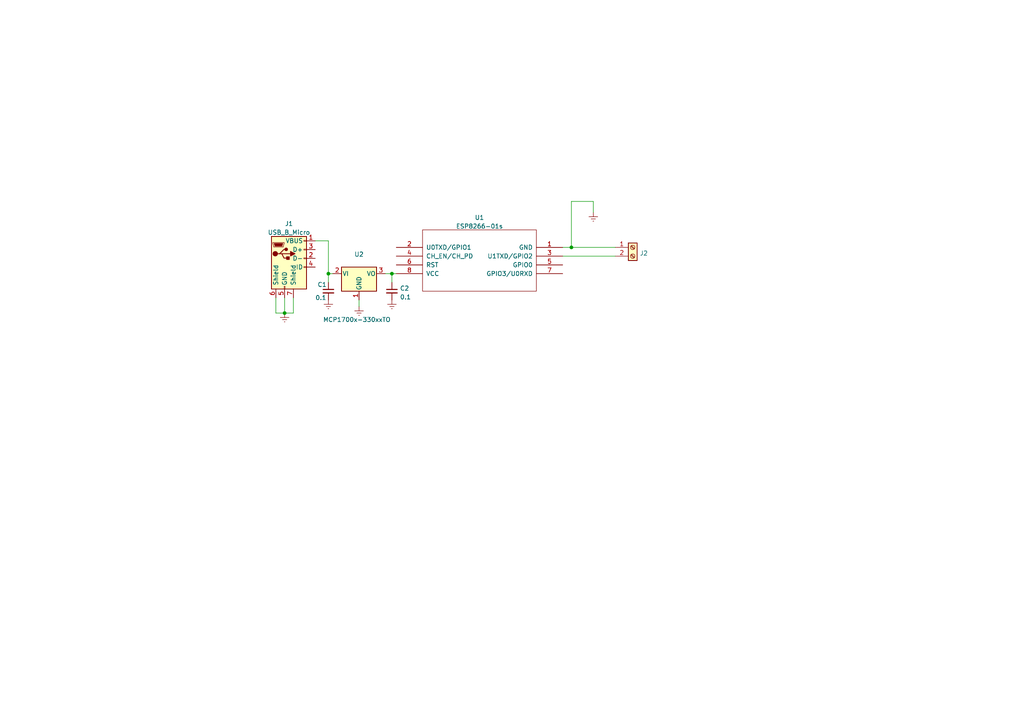
<source format=kicad_sch>
(kicad_sch (version 20211123) (generator eeschema)
  (paper "A4")
  (lib_symbols
    (symbol "Connector:Screw_Terminal_01x02" (pin_names (offset 1.016) hide)
      (property "Reference" "J" (at 0 2.54 0))
      (property "Value" "Screw_Terminal_01x02" (at 0 -5.08 0))
      (symbol "Screw_Terminal_01x02_1_1"
        (rectangle (start -1.27 1.27) (end 1.27 -3.81) (stroke (width 0.254)) (fill (type background)))
        (circle (center 0 -2.54) (radius 0.635) (stroke (width 0.1524)))
        (polyline (pts (xy -0.5334 -2.2098) (xy 0.3302 -3.048)) (stroke (width 0.1524)))
        (polyline (pts (xy -0.5334 0.3302) (xy 0.3302 -0.508)) (stroke (width 0.1524)))
        (polyline (pts (xy -0.3556 -2.032) (xy 0.508 -2.8702)) (stroke (width 0.1524)))
        (polyline (pts (xy -0.3556 0.508) (xy 0.508 -0.3302)) (stroke (width 0.1524)))
        (circle (center 0 0) (radius 0.635) (stroke (width 0.1524)))
        (pin passive line (at -5.08 0 0) (length 3.81) (name "Pin_1") (number "1"))
        (pin passive line (at -5.08 -2.54 0) (length 3.81) (name "Pin_2") (number "2"))
      )
    )
    (symbol "Connector:USB_B_Micro" (pin_names (offset 1.016))
      (property "Reference" "J1" (at 0 11.3198 0))
      (property "Value" "USB_B_Micro" (at 0 8.7829 0))
      (symbol "USB_B_Micro_0_1"
        (rectangle (start -5.08 -7.62) (end 5.08 7.62) (stroke (width 0.254)) (fill (type background)))
        (circle (center -3.9855 2.6068) (radius 0.635) (stroke (width 0.254)) (fill (type outline)))
        (rectangle (start -1.397 -7.62) (end -1.143 -6.858))
        (circle (center -0.8105 3.8768) (radius 0.381) (stroke (width 0.254)) (fill (type outline)))
        (polyline (pts (xy -2.0805 2.6068) (xy 0.4595 2.6068)) (stroke (width 0.254)))
        (polyline (pts (xy -3.3505 2.6068) (xy -2.7155 2.6068) (xy -1.4455 3.8768) (xy -0.8105 3.8768)) (stroke (width 0.254)))
        (polyline (pts (xy -2.7155 2.6068) (xy -2.0805 2.6068) (xy -1.4455 1.3368) (xy -0.1755 1.3368)) (stroke (width 0.254)))
        (polyline (pts (xy 0.4595 3.2418) (xy 0.4595 1.9718) (xy 1.7295 2.6068) (xy 0.4595 3.2418)) (stroke (width 0.254)) (fill (type outline)))
        (polyline (pts (xy -4.318 5.588) (xy -1.778 5.588) (xy -2.032 4.826) (xy -4.064 4.826) (xy -4.318 5.588)) (fill (type outline)))
        (polyline (pts (xy -4.699 5.842) (xy -4.699 5.588) (xy -4.445 4.826) (xy -4.445 4.572) (xy -1.651 4.572) (xy -1.651 4.826) (xy -1.397 5.588) (xy -1.397 5.842) (xy -4.699 5.842)))
        (rectangle (start 0.0785 1.7178) (end -0.6835 0.9558) (stroke (width 0.254)) (fill (type outline)))
        (rectangle (start 5.08 -1.397) (end 4.318 -1.143))
        (rectangle (start 5.08 1.143) (end 4.318 1.397))
        (rectangle (start 5.08 3.683) (end 4.318 3.937))
        (rectangle (start 5.08 6.223) (end 4.318 6.477))
      )
      (symbol "USB_B_Micro_1_1"
        (pin power_out line (at 7.62 6.35 180) (length 2.54) (name "VBUS") (number "1"))
        (pin bidirectional line (at 7.62 1.27 180) (length 2.54) (name "D-") (number "2"))
        (pin bidirectional line (at 7.62 3.81 180) (length 2.54) (name "D+") (number "3"))
        (pin passive line (at 7.62 -1.27 180) (length 2.54) (name "ID") (number "4"))
        (pin power_out line (at -1.27 -10.16 90) (length 2.54) (name "GND") (number "5"))
        (pin passive line (at -3.81 -10.16 90) (length 2.54) (name "Shield") (number "6"))
        (pin passive line (at 1.27 -10.16 90) (length 2.54) (name "Shield") (number "7"))
      )
    )
    (symbol "Device:C_Small" (pin_numbers hide) (pin_names (offset 0.254) hide)
      (property "Reference" "C" (at 0.254 1.778 0))
      (property "Value" "C_Small" (at 0.254 -2.032 0))
      (symbol "C_Small_0_1"
        (polyline (pts (xy -1.524 -0.508) (xy 1.524 -0.508)) (stroke (width 0.3302)))
        (polyline (pts (xy -1.524 0.508) (xy 1.524 0.508)) (stroke (width 0.3048)))
      )
      (symbol "C_Small_1_1"
        (pin passive line (at 0 2.54 270) (length 2.032) (name "~") (number "1"))
        (pin passive line (at 0 -2.54 90) (length 2.032) (name "~") (number "2"))
      )
    )
    (symbol "ESP8266:ESP8266-01s" (pin_names (offset 1.016))
      (property "Reference" "U" (at -1.905 7.62 0))
      (property "Value" "ESP8266-01s" (at 0 -6.985 0))
      (symbol "ESP8266-01s_1_0"
        (rectangle (start -16.51 -8.89) (end 16.51 8.89))
      )
      (symbol "ESP8266-01s_1_1"
        (pin power_in line (at -24.13 3.81 0) (length 7.62) (name "GND") (number "1"))
        (pin bidirectional line (at 24.13 3.81 180) (length 7.62) (name "U0TXD/GPIO1") (number "2"))
        (pin bidirectional line (at -24.13 1.27 0) (length 7.62) (name "U1TXD/GPIO2") (number "3"))
        (pin input line (at 24.13 1.27 180) (length 7.62) (name "CH_EN/CH_PD") (number "4"))
        (pin bidirectional line (at -24.13 -1.27 0) (length 7.62) (name "GPIO0") (number "5"))
        (pin input line (at 24.13 -1.27 180) (length 7.62) (name "RST") (number "6"))
        (pin bidirectional line (at -24.13 -3.81 0) (length 7.62) (name "GPIO3/U0RXD") (number "7"))
        (pin power_in line (at 24.13 -3.81 180) (length 7.62) (name "VCC") (number "8"))
      )
    )
    (symbol "Regulator_Linear:MCP1700x-330xxTO" (pin_names (offset 0.254))
      (property "Reference" "U" (at -3.81 -3.175 0))
      (property "Value" "MCP1700x-330xxTO" (at 0 -3.175 0))
      (symbol "MCP1700x-330xxTO_0_1"
        (rectangle (start -5.08 5.08) (end 5.08 -1.905) (stroke (width 0.254)) (fill (type background)))
      )
      (symbol "MCP1700x-330xxTO_1_1"
        (pin power_in line (at 0 7.62 270) (length 2.54) (name "GND") (number "1"))
        (pin power_in line (at -7.62 0 0) (length 2.54) (name "VI") (number "2"))
        (pin power_out line (at 7.62 0 180) (length 2.54) (name "VO") (number "3"))
      )
    )
    (symbol "power:Earth" (power) (pin_names (offset 0))
      (symbol "Earth_0_1"
        (polyline (pts (xy -0.635 -1.905) (xy 0.635 -1.905)))
        (polyline (pts (xy -0.127 -2.54) (xy 0.127 -2.54)))
        (polyline (pts (xy 0 -1.27) (xy 0 0)))
        (polyline (pts (xy 1.27 -1.27) (xy -1.27 -1.27)))
      )
      (symbol "Earth_1_1"
        (pin power_in line (at 0 0 270) (length 0) hide (name "Earth") (number "1"))
      )
    )
  )
  (junction (at 113.665 79.375))
  (junction (at 165.735 71.755))
  (junction (at 95.25 79.375))
  (junction (at 82.55 90.805))
  (wire (pts (xy 165.735 58.42) (xy 165.735 71.755)))
  (wire (pts (xy 85.09 90.805) (xy 82.55 90.805)))
  (wire (pts (xy 95.25 69.85) (xy 95.25 79.375)))
  (wire (pts (xy 165.735 71.755) (xy 178.435 71.755)))
  (wire (pts (xy 80.01 86.36) (xy 80.01 90.805)))
  (wire (pts (xy 95.25 79.375) (xy 95.25 81.915)))
  (wire (pts (xy 82.55 86.36) (xy 82.55 90.805)))
  (wire (pts (xy 111.76 79.375) (xy 113.665 79.375)))
  (wire (pts (xy 85.09 86.36) (xy 85.09 90.805)))
  (wire (pts (xy 113.665 79.375) (xy 113.665 81.915)))
  (wire (pts (xy 113.665 79.375) (xy 114.935 79.375)))
  (wire (pts (xy 163.195 74.295) (xy 178.435 74.295)))
  (wire (pts (xy 172.085 58.42) (xy 165.735 58.42)))
  (wire (pts (xy 95.25 79.375) (xy 96.52 79.375)))
  (wire (pts (xy 163.195 71.755) (xy 165.735 71.755)))
  (wire (pts (xy 91.44 69.85) (xy 95.25 69.85)))
  (wire (pts (xy 172.085 61.595) (xy 172.085 58.42)))
  (wire (pts (xy 104.14 86.995) (xy 104.14 88.9)))
  (wire (pts (xy 80.01 90.805) (xy 82.55 90.805)))
  (symbol (lib_id "Regulator_Linear:MCP1700x-330xxTO") (at 104.14 79.375 0) (mirror x) (unit 1)
    (property "Reference" "U2" (at 104.14 73.7702 0))
    (property "Value" "MCP1700x-330xxTO" (at 103.505 92.71 0))
    (property "Footprint" "Package_TO_SOT_THT:TO-92_Inline" (effects hide))
    (property "Datasheet" "http://ww1.microchip.com/downloads/en/DeviceDoc/20001826D.pdf" (effects hide))
  )
  (symbol (lib_id "power:Earth") (at 104.14 88.9 0) (unit 1)
    (property "Reference" "#PWR0101" (effects hide))
    (property "Value" "Earth" (effects hide))
  )
  (symbol (lib_id "power:Earth") (at 113.665 86.995 0) (unit 1)
    (property "Reference" "#PWR0105" (effects hide))
    (property "Value" "Earth" (effects hide))
  )
  (symbol (lib_id "Device:C_Small") (at 95.25 84.455 0) (unit 1)
    (property "Reference" "C1" (at 92.075 82.55 0) (effects (justify left)))
    (property "Value" "0.1" (at 91.44 86.36 0) (effects (justify left)))
    (property "Footprint" "Capacitor_THT:C_Disc_D3.0mm_W1.6mm_P2.50mm" (effects hide))
  )
  (symbol (lib_id "power:Earth") (at 82.55 90.805 0) (unit 1)
    (property "Reference" "#PWR0102" (effects hide))
    (property "Value" "Earth" (effects hide))
  )
  (symbol (lib_id "Connector:Screw_Terminal_01x02") (at 183.515 71.755 0) (unit 1)
    (property "Reference" "J2" (at 185.547 73.4588 0) (effects (justify left)))
    (property "Value" "Screw_Terminal_01x02" (effects hide))
    (property "Footprint" "TerminalBlock:Screw Terminal Block P3mm W685 H660" (effects hide))
  )
  (symbol (lib_id "Connector:USB_B_Micro") (at 83.82 76.2 0) (unit 1)
    (property "Reference" "J1" (at 83.82 64.8802 0))
    (property "Value" "USB_B_Micro" (at 83.82 67.4171 0))
    (property "Footprint" "Connector_USB:HW-769 Mini USB Socket Board" (effects hide))
  )
  (symbol (lib_id "power:Earth") (at 95.25 86.995 0) (unit 1)
    (property "Reference" "#PWR0104" (effects hide))
    (property "Value" "Earth" (effects hide))
  )
  (symbol (lib_id "power:Earth") (at 172.085 61.595 0) (unit 1)
    (property "Reference" "#PWR0103" (effects hide))
    (property "Value" "Earth" (effects hide))
  )
  (symbol (lib_id "Device:C_Small") (at 113.665 84.455 0) (unit 1)
    (property "Reference" "C2" (at 115.9891 83.6266 0) (effects (justify left)))
    (property "Value" "0.1" (at 115.9891 86.1635 0) (effects (justify left)))
    (property "Footprint" "Capacitor_THT:C_Disc_D3.0mm_W1.6mm_P2.50mm" (effects hide))
  )
  (symbol (lib_id "ESP8266:ESP8266-01s") (at 139.065 75.565 0) (mirror y) (unit 1)
    (property "Reference" "U1" (at 139.065 63.1022 0))
    (property "Value" "ESP8266-01s" (at 139.065 65.6391 0))
    (property "Footprint" "ESP8266:ESP8266-01s" (effects hide))
    (property "Datasheet" "https://www.universal-solder.ca/downloads/esp8266_series_modules_user_manual_en.pdf" (effects hide))
  )
)
</source>
